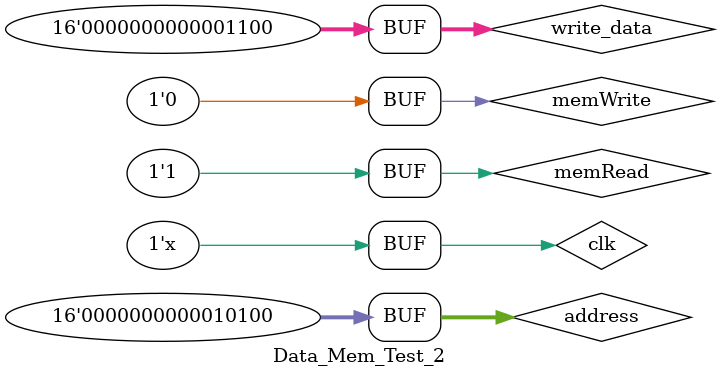
<source format=v>
`timescale 1ns / 1ps


module Data_Mem_Test_2;

	// Inputs
	reg clk;
	reg memRead;
	reg memWrite;
	reg [15:0] address;
	reg [15:0] write_data;

	// Outputs
	wire [15:0] read_data;

	// Instantiate the Unit Under Test (UUT)
	Data_Mem uut (
		.clk(clk), 
		.memRead(memRead), 
		.memWrite(memWrite), 
		.address(address), 
		.write_data(write_data), 
		.read_data(read_data)
	);

	initial begin
		clk = 0;
		memRead = 1;
		memWrite = 0;
		address = 20;
		write_data = 0;

		
		#100;
	   if( read_data == 10) $display("Reading -> Successful");
		else $display("Reading -> Unsuccessful");
		  memRead = 0;
		  address = 20;
		  memWrite = 1;
		  write_data = 12;
        
		  #100
		  memRead = 1;
		  memWrite = 0;
		  #100
		  if( read_data == 12 ) $display("Writing -> Successful");
		  else $display("Writing -> Unsuccessful");

	end
	always #2 clk=~clk;
      
endmodule


</source>
